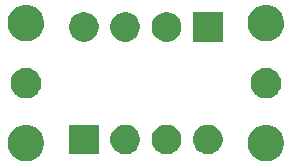
<source format=gbr>
G04 #@! TF.GenerationSoftware,KiCad,Pcbnew,5.1.5-52549c5~86~ubuntu18.04.1*
G04 #@! TF.CreationDate,2020-09-05T13:09:40-05:00*
G04 #@! TF.ProjectId,B01,4230312e-6b69-4636-9164-5f7063625858,rev?*
G04 #@! TF.SameCoordinates,Original*
G04 #@! TF.FileFunction,Soldermask,Top*
G04 #@! TF.FilePolarity,Negative*
%FSLAX46Y46*%
G04 Gerber Fmt 4.6, Leading zero omitted, Abs format (unit mm)*
G04 Created by KiCad (PCBNEW 5.1.5-52549c5~86~ubuntu18.04.1) date 2020-09-05 13:09:40*
%MOMM*%
%LPD*%
G04 APERTURE LIST*
%ADD10C,0.100000*%
G04 APERTURE END LIST*
D10*
G36*
X24103903Y-32447075D02*
G01*
X24262410Y-32478604D01*
X24544674Y-32595521D01*
X24798705Y-32765259D01*
X25014741Y-32981295D01*
X25184479Y-33235326D01*
X25301396Y-33517590D01*
X25301396Y-33517591D01*
X25352243Y-33773213D01*
X25361000Y-33817240D01*
X25361000Y-34122760D01*
X25301396Y-34422410D01*
X25184479Y-34704674D01*
X25014741Y-34958705D01*
X24798705Y-35174741D01*
X24544674Y-35344479D01*
X24262410Y-35461396D01*
X24112585Y-35491198D01*
X23962761Y-35521000D01*
X23657239Y-35521000D01*
X23507415Y-35491198D01*
X23357590Y-35461396D01*
X23075326Y-35344479D01*
X22821295Y-35174741D01*
X22605259Y-34958705D01*
X22435521Y-34704674D01*
X22318604Y-34422410D01*
X22259000Y-34122760D01*
X22259000Y-33817240D01*
X22267758Y-33773213D01*
X22318604Y-33517591D01*
X22318604Y-33517590D01*
X22435521Y-33235326D01*
X22605259Y-32981295D01*
X22821295Y-32765259D01*
X23075326Y-32595521D01*
X23357590Y-32478604D01*
X23516097Y-32447075D01*
X23657239Y-32419000D01*
X23962761Y-32419000D01*
X24103903Y-32447075D01*
G37*
G36*
X44423903Y-32447075D02*
G01*
X44582410Y-32478604D01*
X44864674Y-32595521D01*
X45118705Y-32765259D01*
X45334741Y-32981295D01*
X45504479Y-33235326D01*
X45621396Y-33517590D01*
X45621396Y-33517591D01*
X45672243Y-33773213D01*
X45681000Y-33817240D01*
X45681000Y-34122760D01*
X45621396Y-34422410D01*
X45504479Y-34704674D01*
X45334741Y-34958705D01*
X45118705Y-35174741D01*
X44864674Y-35344479D01*
X44582410Y-35461396D01*
X44432585Y-35491198D01*
X44282761Y-35521000D01*
X43977239Y-35521000D01*
X43827415Y-35491198D01*
X43677590Y-35461396D01*
X43395326Y-35344479D01*
X43141295Y-35174741D01*
X42925259Y-34958705D01*
X42755521Y-34704674D01*
X42638604Y-34422410D01*
X42579000Y-34122760D01*
X42579000Y-33817240D01*
X42587758Y-33773213D01*
X42638604Y-33517591D01*
X42638604Y-33517590D01*
X42755521Y-33235326D01*
X42925259Y-32981295D01*
X43141295Y-32765259D01*
X43395326Y-32595521D01*
X43677590Y-32478604D01*
X43836097Y-32447075D01*
X43977239Y-32419000D01*
X44282761Y-32419000D01*
X44423903Y-32447075D01*
G37*
G36*
X32584903Y-32447075D02*
G01*
X32812571Y-32541378D01*
X33017466Y-32678285D01*
X33191715Y-32852534D01*
X33328622Y-33057429D01*
X33422925Y-33285097D01*
X33471000Y-33526787D01*
X33471000Y-33773213D01*
X33422925Y-34014903D01*
X33328622Y-34242571D01*
X33191715Y-34447466D01*
X33017466Y-34621715D01*
X32812571Y-34758622D01*
X32812570Y-34758623D01*
X32812569Y-34758623D01*
X32584903Y-34852925D01*
X32343214Y-34901000D01*
X32096786Y-34901000D01*
X31855097Y-34852925D01*
X31627431Y-34758623D01*
X31627430Y-34758623D01*
X31627429Y-34758622D01*
X31422534Y-34621715D01*
X31248285Y-34447466D01*
X31111378Y-34242571D01*
X31017075Y-34014903D01*
X30969000Y-33773213D01*
X30969000Y-33526787D01*
X31017075Y-33285097D01*
X31111378Y-33057429D01*
X31248285Y-32852534D01*
X31422534Y-32678285D01*
X31627429Y-32541378D01*
X31855097Y-32447075D01*
X32096786Y-32399000D01*
X32343214Y-32399000D01*
X32584903Y-32447075D01*
G37*
G36*
X29971000Y-34901000D02*
G01*
X27469000Y-34901000D01*
X27469000Y-32399000D01*
X29971000Y-32399000D01*
X29971000Y-34901000D01*
G37*
G36*
X36084903Y-32447075D02*
G01*
X36312571Y-32541378D01*
X36517466Y-32678285D01*
X36691715Y-32852534D01*
X36828622Y-33057429D01*
X36922925Y-33285097D01*
X36971000Y-33526787D01*
X36971000Y-33773213D01*
X36922925Y-34014903D01*
X36828622Y-34242571D01*
X36691715Y-34447466D01*
X36517466Y-34621715D01*
X36312571Y-34758622D01*
X36312570Y-34758623D01*
X36312569Y-34758623D01*
X36084903Y-34852925D01*
X35843214Y-34901000D01*
X35596786Y-34901000D01*
X35355097Y-34852925D01*
X35127431Y-34758623D01*
X35127430Y-34758623D01*
X35127429Y-34758622D01*
X34922534Y-34621715D01*
X34748285Y-34447466D01*
X34611378Y-34242571D01*
X34517075Y-34014903D01*
X34469000Y-33773213D01*
X34469000Y-33526787D01*
X34517075Y-33285097D01*
X34611378Y-33057429D01*
X34748285Y-32852534D01*
X34922534Y-32678285D01*
X35127429Y-32541378D01*
X35355097Y-32447075D01*
X35596786Y-32399000D01*
X35843214Y-32399000D01*
X36084903Y-32447075D01*
G37*
G36*
X39584903Y-32447075D02*
G01*
X39812571Y-32541378D01*
X40017466Y-32678285D01*
X40191715Y-32852534D01*
X40328622Y-33057429D01*
X40422925Y-33285097D01*
X40471000Y-33526787D01*
X40471000Y-33773213D01*
X40422925Y-34014903D01*
X40328622Y-34242571D01*
X40191715Y-34447466D01*
X40017466Y-34621715D01*
X39812571Y-34758622D01*
X39812570Y-34758623D01*
X39812569Y-34758623D01*
X39584903Y-34852925D01*
X39343214Y-34901000D01*
X39096786Y-34901000D01*
X38855097Y-34852925D01*
X38627431Y-34758623D01*
X38627430Y-34758623D01*
X38627429Y-34758622D01*
X38422534Y-34621715D01*
X38248285Y-34447466D01*
X38111378Y-34242571D01*
X38017075Y-34014903D01*
X37969000Y-33773213D01*
X37969000Y-33526787D01*
X38017075Y-33285097D01*
X38111378Y-33057429D01*
X38248285Y-32852534D01*
X38422534Y-32678285D01*
X38627429Y-32541378D01*
X38855097Y-32447075D01*
X39096786Y-32399000D01*
X39343214Y-32399000D01*
X39584903Y-32447075D01*
G37*
G36*
X44509393Y-27639304D02*
G01*
X44746101Y-27737352D01*
X44746103Y-27737353D01*
X44959135Y-27879696D01*
X45140304Y-28060865D01*
X45282647Y-28273897D01*
X45282648Y-28273899D01*
X45380696Y-28510607D01*
X45430680Y-28761893D01*
X45430680Y-29018107D01*
X45380696Y-29269393D01*
X45282648Y-29506101D01*
X45282647Y-29506103D01*
X45140304Y-29719135D01*
X44959135Y-29900304D01*
X44746103Y-30042647D01*
X44746102Y-30042648D01*
X44746101Y-30042648D01*
X44509393Y-30140696D01*
X44258107Y-30190680D01*
X44001893Y-30190680D01*
X43750607Y-30140696D01*
X43513899Y-30042648D01*
X43513898Y-30042648D01*
X43513897Y-30042647D01*
X43300865Y-29900304D01*
X43119696Y-29719135D01*
X42977353Y-29506103D01*
X42977352Y-29506101D01*
X42879304Y-29269393D01*
X42829320Y-29018107D01*
X42829320Y-28761893D01*
X42879304Y-28510607D01*
X42977352Y-28273899D01*
X42977353Y-28273897D01*
X43119696Y-28060865D01*
X43300865Y-27879696D01*
X43513897Y-27737353D01*
X43513899Y-27737352D01*
X43750607Y-27639304D01*
X44001893Y-27589320D01*
X44258107Y-27589320D01*
X44509393Y-27639304D01*
G37*
G36*
X24189393Y-27639304D02*
G01*
X24426101Y-27737352D01*
X24426103Y-27737353D01*
X24639135Y-27879696D01*
X24820304Y-28060865D01*
X24962647Y-28273897D01*
X24962648Y-28273899D01*
X25060696Y-28510607D01*
X25110680Y-28761893D01*
X25110680Y-29018107D01*
X25060696Y-29269393D01*
X24962648Y-29506101D01*
X24962647Y-29506103D01*
X24820304Y-29719135D01*
X24639135Y-29900304D01*
X24426103Y-30042647D01*
X24426102Y-30042648D01*
X24426101Y-30042648D01*
X24189393Y-30140696D01*
X23938107Y-30190680D01*
X23681893Y-30190680D01*
X23430607Y-30140696D01*
X23193899Y-30042648D01*
X23193898Y-30042648D01*
X23193897Y-30042647D01*
X22980865Y-29900304D01*
X22799696Y-29719135D01*
X22657353Y-29506103D01*
X22657352Y-29506101D01*
X22559304Y-29269393D01*
X22509320Y-29018107D01*
X22509320Y-28761893D01*
X22559304Y-28510607D01*
X22657352Y-28273899D01*
X22657353Y-28273897D01*
X22799696Y-28060865D01*
X22980865Y-27879696D01*
X23193897Y-27737353D01*
X23193899Y-27737352D01*
X23430607Y-27639304D01*
X23681893Y-27589320D01*
X23938107Y-27589320D01*
X24189393Y-27639304D01*
G37*
G36*
X29084903Y-22927075D02*
G01*
X29312571Y-23021378D01*
X29517466Y-23158285D01*
X29691715Y-23332534D01*
X29828622Y-23537429D01*
X29922925Y-23765097D01*
X29971000Y-24006787D01*
X29971000Y-24253213D01*
X29922925Y-24494903D01*
X29828622Y-24722571D01*
X29691715Y-24927466D01*
X29517466Y-25101715D01*
X29312571Y-25238622D01*
X29312570Y-25238623D01*
X29312569Y-25238623D01*
X29084903Y-25332925D01*
X28843214Y-25381000D01*
X28596786Y-25381000D01*
X28355097Y-25332925D01*
X28127431Y-25238623D01*
X28127430Y-25238623D01*
X28127429Y-25238622D01*
X27922534Y-25101715D01*
X27748285Y-24927466D01*
X27611378Y-24722571D01*
X27517075Y-24494903D01*
X27469000Y-24253213D01*
X27469000Y-24006787D01*
X27517075Y-23765097D01*
X27611378Y-23537429D01*
X27748285Y-23332534D01*
X27922534Y-23158285D01*
X28127429Y-23021378D01*
X28355097Y-22927075D01*
X28596786Y-22879000D01*
X28843214Y-22879000D01*
X29084903Y-22927075D01*
G37*
G36*
X40471000Y-25381000D02*
G01*
X37969000Y-25381000D01*
X37969000Y-22879000D01*
X40471000Y-22879000D01*
X40471000Y-25381000D01*
G37*
G36*
X36084903Y-22927075D02*
G01*
X36312571Y-23021378D01*
X36517466Y-23158285D01*
X36691715Y-23332534D01*
X36828622Y-23537429D01*
X36922925Y-23765097D01*
X36971000Y-24006787D01*
X36971000Y-24253213D01*
X36922925Y-24494903D01*
X36828622Y-24722571D01*
X36691715Y-24927466D01*
X36517466Y-25101715D01*
X36312571Y-25238622D01*
X36312570Y-25238623D01*
X36312569Y-25238623D01*
X36084903Y-25332925D01*
X35843214Y-25381000D01*
X35596786Y-25381000D01*
X35355097Y-25332925D01*
X35127431Y-25238623D01*
X35127430Y-25238623D01*
X35127429Y-25238622D01*
X34922534Y-25101715D01*
X34748285Y-24927466D01*
X34611378Y-24722571D01*
X34517075Y-24494903D01*
X34469000Y-24253213D01*
X34469000Y-24006787D01*
X34517075Y-23765097D01*
X34611378Y-23537429D01*
X34748285Y-23332534D01*
X34922534Y-23158285D01*
X35127429Y-23021378D01*
X35355097Y-22927075D01*
X35596786Y-22879000D01*
X35843214Y-22879000D01*
X36084903Y-22927075D01*
G37*
G36*
X32584903Y-22927075D02*
G01*
X32812571Y-23021378D01*
X33017466Y-23158285D01*
X33191715Y-23332534D01*
X33328622Y-23537429D01*
X33422925Y-23765097D01*
X33471000Y-24006787D01*
X33471000Y-24253213D01*
X33422925Y-24494903D01*
X33328622Y-24722571D01*
X33191715Y-24927466D01*
X33017466Y-25101715D01*
X32812571Y-25238622D01*
X32812570Y-25238623D01*
X32812569Y-25238623D01*
X32584903Y-25332925D01*
X32343214Y-25381000D01*
X32096786Y-25381000D01*
X31855097Y-25332925D01*
X31627431Y-25238623D01*
X31627430Y-25238623D01*
X31627429Y-25238622D01*
X31422534Y-25101715D01*
X31248285Y-24927466D01*
X31111378Y-24722571D01*
X31017075Y-24494903D01*
X30969000Y-24253213D01*
X30969000Y-24006787D01*
X31017075Y-23765097D01*
X31111378Y-23537429D01*
X31248285Y-23332534D01*
X31422534Y-23158285D01*
X31627429Y-23021378D01*
X31855097Y-22927075D01*
X32096786Y-22879000D01*
X32343214Y-22879000D01*
X32584903Y-22927075D01*
G37*
G36*
X24112585Y-22288802D02*
G01*
X24262410Y-22318604D01*
X24544674Y-22435521D01*
X24798705Y-22605259D01*
X25014741Y-22821295D01*
X25184479Y-23075326D01*
X25291018Y-23332536D01*
X25301396Y-23357591D01*
X25361000Y-23657239D01*
X25361000Y-23962761D01*
X25331198Y-24112585D01*
X25301396Y-24262410D01*
X25184479Y-24544674D01*
X25014741Y-24798705D01*
X24798705Y-25014741D01*
X24544674Y-25184479D01*
X24262410Y-25301396D01*
X24112585Y-25331198D01*
X23962761Y-25361000D01*
X23657239Y-25361000D01*
X23507415Y-25331198D01*
X23357590Y-25301396D01*
X23075326Y-25184479D01*
X22821295Y-25014741D01*
X22605259Y-24798705D01*
X22435521Y-24544674D01*
X22318604Y-24262410D01*
X22288802Y-24112585D01*
X22259000Y-23962761D01*
X22259000Y-23657239D01*
X22318604Y-23357591D01*
X22328982Y-23332536D01*
X22435521Y-23075326D01*
X22605259Y-22821295D01*
X22821295Y-22605259D01*
X23075326Y-22435521D01*
X23357590Y-22318604D01*
X23507415Y-22288802D01*
X23657239Y-22259000D01*
X23962761Y-22259000D01*
X24112585Y-22288802D01*
G37*
G36*
X44432585Y-22288802D02*
G01*
X44582410Y-22318604D01*
X44864674Y-22435521D01*
X45118705Y-22605259D01*
X45334741Y-22821295D01*
X45504479Y-23075326D01*
X45611018Y-23332536D01*
X45621396Y-23357591D01*
X45681000Y-23657239D01*
X45681000Y-23962761D01*
X45651198Y-24112585D01*
X45621396Y-24262410D01*
X45504479Y-24544674D01*
X45334741Y-24798705D01*
X45118705Y-25014741D01*
X44864674Y-25184479D01*
X44582410Y-25301396D01*
X44432585Y-25331198D01*
X44282761Y-25361000D01*
X43977239Y-25361000D01*
X43827415Y-25331198D01*
X43677590Y-25301396D01*
X43395326Y-25184479D01*
X43141295Y-25014741D01*
X42925259Y-24798705D01*
X42755521Y-24544674D01*
X42638604Y-24262410D01*
X42608802Y-24112585D01*
X42579000Y-23962761D01*
X42579000Y-23657239D01*
X42638604Y-23357591D01*
X42648982Y-23332536D01*
X42755521Y-23075326D01*
X42925259Y-22821295D01*
X43141295Y-22605259D01*
X43395326Y-22435521D01*
X43677590Y-22318604D01*
X43827415Y-22288802D01*
X43977239Y-22259000D01*
X44282761Y-22259000D01*
X44432585Y-22288802D01*
G37*
M02*

</source>
